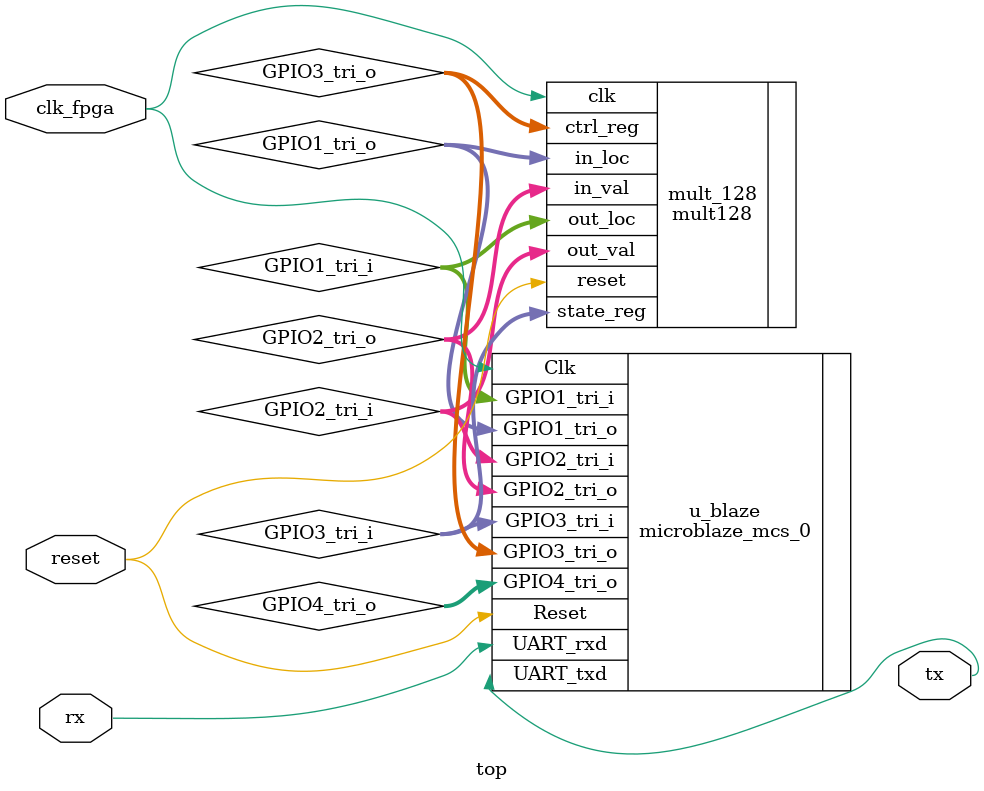
<source format=v>
`timescale 1ns / 1ps

module top(
        input  clk_fpga,        //FPGA system clk 100MHz
        input  reset,           //reset
        input  rx,              //USB-RS232 Interface: Rx 
        output tx               //USB-RS232 Interface: Tx
    );
    
    wire [31:0] GPIO1_tri_i;    
    wire [31:0] GPIO2_tri_i;
    wire [31:0] GPIO3_tri_i;
        
    wire [31:0] GPIO1_tri_o;    
    wire [31:0] GPIO2_tri_o;    
    wire [31:0] GPIO3_tri_o; 
    wire [31:0] GPIO4_tri_o;   

    //128-bit multiplier
    mult128 mult_128(
        .clk(clk_fpga),             //clock
        .reset(reset),              //reset 
        
        .in_loc(GPIO1_tri_o),       //the index location for a 32-bit chunk of the 128-bit input value
        .in_val(GPIO2_tri_o),       //the 32-bit chunk input value   
        .ctrl_reg(GPIO3_tri_o),     //control register: start/stop/restart multiplication
        
        .out_loc(GPIO1_tri_i),      //a location for a 32-bit chunk of the 64-bit output values
        .out_val(GPIO2_tri_i),      //the 32-bit chunk output value
        .state_reg(GPIO3_tri_i)     //state
    );
   
    //Microblaze MCS 
    microblaze_mcs_0 u_blaze (
        .Clk(clk_fpga),              //input wire Clk
        .Reset(reset),               //input wire Reset
        .UART_rxd(rx),               //input wire UART_rxd
        .UART_txd(tx),               //output wire UART_txd
        .GPIO1_tri_i(GPIO1_tri_i),   //input wire [31 : 0] GPIO1_tri_i
        .GPIO2_tri_i(GPIO2_tri_i),   //input wire [31 : 0] GPIO2_tri_i
        .GPIO3_tri_i(GPIO3_tri_i),   //input wire [31 : 0] GPIO3_tri_i
        .GPIO1_tri_o(GPIO1_tri_o),   //output wire [31 : 0] GPIO1_tri_o
        .GPIO2_tri_o(GPIO2_tri_o),   //output wire [31 : 0] GPIO2_tri_o
        .GPIO3_tri_o(GPIO3_tri_o),   //output wire [31 : 0] GPIO3_tri_o
        .GPIO4_tri_o(GPIO4_tri_o)    //output wire [31 : 0] GPIO4_tri_o
    );
    
endmodule

</source>
